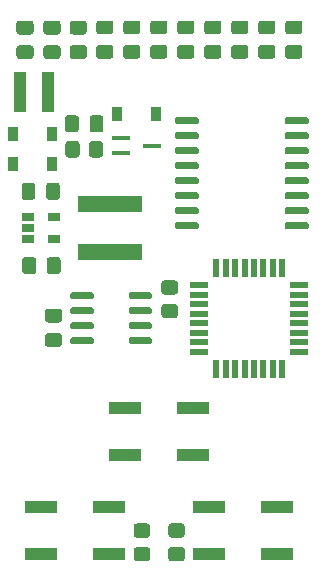
<source format=gtp>
G04 #@! TF.GenerationSoftware,KiCad,Pcbnew,(5.1.10)-1*
G04 #@! TF.CreationDate,2021-11-22T20:28:52+00:00*
G04 #@! TF.ProjectId,Big Ben Ornament,42696720-4265-46e2-904f-726e616d656e,rev?*
G04 #@! TF.SameCoordinates,Original*
G04 #@! TF.FileFunction,Paste,Top*
G04 #@! TF.FilePolarity,Positive*
%FSLAX46Y46*%
G04 Gerber Fmt 4.6, Leading zero omitted, Abs format (unit mm)*
G04 Created by KiCad (PCBNEW (5.1.10)-1) date 2021-11-22 20:28:52*
%MOMM*%
%LPD*%
G01*
G04 APERTURE LIST*
%ADD10R,0.980000X3.400000*%
%ADD11R,1.060000X0.650000*%
%ADD12R,0.550000X1.600000*%
%ADD13R,1.600000X0.550000*%
%ADD14R,2.800000X1.000000*%
%ADD15R,1.500000X0.450000*%
%ADD16R,5.500000X1.430000*%
%ADD17R,0.900000X1.200000*%
G04 APERTURE END LIST*
D10*
X94085500Y-129095500D03*
X91715500Y-129095500D03*
G36*
G01*
X100941000Y-146530200D02*
X100941000Y-146230200D01*
G75*
G02*
X101091000Y-146080200I150000J0D01*
G01*
X102741000Y-146080200D01*
G75*
G02*
X102891000Y-146230200I0J-150000D01*
G01*
X102891000Y-146530200D01*
G75*
G02*
X102741000Y-146680200I-150000J0D01*
G01*
X101091000Y-146680200D01*
G75*
G02*
X100941000Y-146530200I0J150000D01*
G01*
G37*
G36*
G01*
X100941000Y-147800200D02*
X100941000Y-147500200D01*
G75*
G02*
X101091000Y-147350200I150000J0D01*
G01*
X102741000Y-147350200D01*
G75*
G02*
X102891000Y-147500200I0J-150000D01*
G01*
X102891000Y-147800200D01*
G75*
G02*
X102741000Y-147950200I-150000J0D01*
G01*
X101091000Y-147950200D01*
G75*
G02*
X100941000Y-147800200I0J150000D01*
G01*
G37*
G36*
G01*
X100941000Y-149070200D02*
X100941000Y-148770200D01*
G75*
G02*
X101091000Y-148620200I150000J0D01*
G01*
X102741000Y-148620200D01*
G75*
G02*
X102891000Y-148770200I0J-150000D01*
G01*
X102891000Y-149070200D01*
G75*
G02*
X102741000Y-149220200I-150000J0D01*
G01*
X101091000Y-149220200D01*
G75*
G02*
X100941000Y-149070200I0J150000D01*
G01*
G37*
G36*
G01*
X100941000Y-150340200D02*
X100941000Y-150040200D01*
G75*
G02*
X101091000Y-149890200I150000J0D01*
G01*
X102741000Y-149890200D01*
G75*
G02*
X102891000Y-150040200I0J-150000D01*
G01*
X102891000Y-150340200D01*
G75*
G02*
X102741000Y-150490200I-150000J0D01*
G01*
X101091000Y-150490200D01*
G75*
G02*
X100941000Y-150340200I0J150000D01*
G01*
G37*
G36*
G01*
X95991000Y-150340200D02*
X95991000Y-150040200D01*
G75*
G02*
X96141000Y-149890200I150000J0D01*
G01*
X97791000Y-149890200D01*
G75*
G02*
X97941000Y-150040200I0J-150000D01*
G01*
X97941000Y-150340200D01*
G75*
G02*
X97791000Y-150490200I-150000J0D01*
G01*
X96141000Y-150490200D01*
G75*
G02*
X95991000Y-150340200I0J150000D01*
G01*
G37*
G36*
G01*
X95991000Y-149070200D02*
X95991000Y-148770200D01*
G75*
G02*
X96141000Y-148620200I150000J0D01*
G01*
X97791000Y-148620200D01*
G75*
G02*
X97941000Y-148770200I0J-150000D01*
G01*
X97941000Y-149070200D01*
G75*
G02*
X97791000Y-149220200I-150000J0D01*
G01*
X96141000Y-149220200D01*
G75*
G02*
X95991000Y-149070200I0J150000D01*
G01*
G37*
G36*
G01*
X95991000Y-147800200D02*
X95991000Y-147500200D01*
G75*
G02*
X96141000Y-147350200I150000J0D01*
G01*
X97791000Y-147350200D01*
G75*
G02*
X97941000Y-147500200I0J-150000D01*
G01*
X97941000Y-147800200D01*
G75*
G02*
X97791000Y-147950200I-150000J0D01*
G01*
X96141000Y-147950200D01*
G75*
G02*
X95991000Y-147800200I0J150000D01*
G01*
G37*
G36*
G01*
X95991000Y-146530200D02*
X95991000Y-146230200D01*
G75*
G02*
X96141000Y-146080200I150000J0D01*
G01*
X97791000Y-146080200D01*
G75*
G02*
X97941000Y-146230200I0J-150000D01*
G01*
X97941000Y-146530200D01*
G75*
G02*
X97791000Y-146680200I-150000J0D01*
G01*
X96141000Y-146680200D01*
G75*
G02*
X95991000Y-146530200I0J150000D01*
G01*
G37*
G36*
G01*
X104815000Y-131722000D02*
X104815000Y-131422000D01*
G75*
G02*
X104965000Y-131272000I150000J0D01*
G01*
X106715000Y-131272000D01*
G75*
G02*
X106865000Y-131422000I0J-150000D01*
G01*
X106865000Y-131722000D01*
G75*
G02*
X106715000Y-131872000I-150000J0D01*
G01*
X104965000Y-131872000D01*
G75*
G02*
X104815000Y-131722000I0J150000D01*
G01*
G37*
G36*
G01*
X104815000Y-132992000D02*
X104815000Y-132692000D01*
G75*
G02*
X104965000Y-132542000I150000J0D01*
G01*
X106715000Y-132542000D01*
G75*
G02*
X106865000Y-132692000I0J-150000D01*
G01*
X106865000Y-132992000D01*
G75*
G02*
X106715000Y-133142000I-150000J0D01*
G01*
X104965000Y-133142000D01*
G75*
G02*
X104815000Y-132992000I0J150000D01*
G01*
G37*
G36*
G01*
X104815000Y-134262000D02*
X104815000Y-133962000D01*
G75*
G02*
X104965000Y-133812000I150000J0D01*
G01*
X106715000Y-133812000D01*
G75*
G02*
X106865000Y-133962000I0J-150000D01*
G01*
X106865000Y-134262000D01*
G75*
G02*
X106715000Y-134412000I-150000J0D01*
G01*
X104965000Y-134412000D01*
G75*
G02*
X104815000Y-134262000I0J150000D01*
G01*
G37*
G36*
G01*
X104815000Y-135532000D02*
X104815000Y-135232000D01*
G75*
G02*
X104965000Y-135082000I150000J0D01*
G01*
X106715000Y-135082000D01*
G75*
G02*
X106865000Y-135232000I0J-150000D01*
G01*
X106865000Y-135532000D01*
G75*
G02*
X106715000Y-135682000I-150000J0D01*
G01*
X104965000Y-135682000D01*
G75*
G02*
X104815000Y-135532000I0J150000D01*
G01*
G37*
G36*
G01*
X104815000Y-136802000D02*
X104815000Y-136502000D01*
G75*
G02*
X104965000Y-136352000I150000J0D01*
G01*
X106715000Y-136352000D01*
G75*
G02*
X106865000Y-136502000I0J-150000D01*
G01*
X106865000Y-136802000D01*
G75*
G02*
X106715000Y-136952000I-150000J0D01*
G01*
X104965000Y-136952000D01*
G75*
G02*
X104815000Y-136802000I0J150000D01*
G01*
G37*
G36*
G01*
X104815000Y-138072000D02*
X104815000Y-137772000D01*
G75*
G02*
X104965000Y-137622000I150000J0D01*
G01*
X106715000Y-137622000D01*
G75*
G02*
X106865000Y-137772000I0J-150000D01*
G01*
X106865000Y-138072000D01*
G75*
G02*
X106715000Y-138222000I-150000J0D01*
G01*
X104965000Y-138222000D01*
G75*
G02*
X104815000Y-138072000I0J150000D01*
G01*
G37*
G36*
G01*
X104815000Y-139342000D02*
X104815000Y-139042000D01*
G75*
G02*
X104965000Y-138892000I150000J0D01*
G01*
X106715000Y-138892000D01*
G75*
G02*
X106865000Y-139042000I0J-150000D01*
G01*
X106865000Y-139342000D01*
G75*
G02*
X106715000Y-139492000I-150000J0D01*
G01*
X104965000Y-139492000D01*
G75*
G02*
X104815000Y-139342000I0J150000D01*
G01*
G37*
G36*
G01*
X104815000Y-140612000D02*
X104815000Y-140312000D01*
G75*
G02*
X104965000Y-140162000I150000J0D01*
G01*
X106715000Y-140162000D01*
G75*
G02*
X106865000Y-140312000I0J-150000D01*
G01*
X106865000Y-140612000D01*
G75*
G02*
X106715000Y-140762000I-150000J0D01*
G01*
X104965000Y-140762000D01*
G75*
G02*
X104815000Y-140612000I0J150000D01*
G01*
G37*
G36*
G01*
X114115000Y-140612000D02*
X114115000Y-140312000D01*
G75*
G02*
X114265000Y-140162000I150000J0D01*
G01*
X116015000Y-140162000D01*
G75*
G02*
X116165000Y-140312000I0J-150000D01*
G01*
X116165000Y-140612000D01*
G75*
G02*
X116015000Y-140762000I-150000J0D01*
G01*
X114265000Y-140762000D01*
G75*
G02*
X114115000Y-140612000I0J150000D01*
G01*
G37*
G36*
G01*
X114115000Y-139342000D02*
X114115000Y-139042000D01*
G75*
G02*
X114265000Y-138892000I150000J0D01*
G01*
X116015000Y-138892000D01*
G75*
G02*
X116165000Y-139042000I0J-150000D01*
G01*
X116165000Y-139342000D01*
G75*
G02*
X116015000Y-139492000I-150000J0D01*
G01*
X114265000Y-139492000D01*
G75*
G02*
X114115000Y-139342000I0J150000D01*
G01*
G37*
G36*
G01*
X114115000Y-138072000D02*
X114115000Y-137772000D01*
G75*
G02*
X114265000Y-137622000I150000J0D01*
G01*
X116015000Y-137622000D01*
G75*
G02*
X116165000Y-137772000I0J-150000D01*
G01*
X116165000Y-138072000D01*
G75*
G02*
X116015000Y-138222000I-150000J0D01*
G01*
X114265000Y-138222000D01*
G75*
G02*
X114115000Y-138072000I0J150000D01*
G01*
G37*
G36*
G01*
X114115000Y-136802000D02*
X114115000Y-136502000D01*
G75*
G02*
X114265000Y-136352000I150000J0D01*
G01*
X116015000Y-136352000D01*
G75*
G02*
X116165000Y-136502000I0J-150000D01*
G01*
X116165000Y-136802000D01*
G75*
G02*
X116015000Y-136952000I-150000J0D01*
G01*
X114265000Y-136952000D01*
G75*
G02*
X114115000Y-136802000I0J150000D01*
G01*
G37*
G36*
G01*
X114115000Y-135532000D02*
X114115000Y-135232000D01*
G75*
G02*
X114265000Y-135082000I150000J0D01*
G01*
X116015000Y-135082000D01*
G75*
G02*
X116165000Y-135232000I0J-150000D01*
G01*
X116165000Y-135532000D01*
G75*
G02*
X116015000Y-135682000I-150000J0D01*
G01*
X114265000Y-135682000D01*
G75*
G02*
X114115000Y-135532000I0J150000D01*
G01*
G37*
G36*
G01*
X114115000Y-134262000D02*
X114115000Y-133962000D01*
G75*
G02*
X114265000Y-133812000I150000J0D01*
G01*
X116015000Y-133812000D01*
G75*
G02*
X116165000Y-133962000I0J-150000D01*
G01*
X116165000Y-134262000D01*
G75*
G02*
X116015000Y-134412000I-150000J0D01*
G01*
X114265000Y-134412000D01*
G75*
G02*
X114115000Y-134262000I0J150000D01*
G01*
G37*
G36*
G01*
X114115000Y-132992000D02*
X114115000Y-132692000D01*
G75*
G02*
X114265000Y-132542000I150000J0D01*
G01*
X116015000Y-132542000D01*
G75*
G02*
X116165000Y-132692000I0J-150000D01*
G01*
X116165000Y-132992000D01*
G75*
G02*
X116015000Y-133142000I-150000J0D01*
G01*
X114265000Y-133142000D01*
G75*
G02*
X114115000Y-132992000I0J150000D01*
G01*
G37*
G36*
G01*
X114115000Y-131722000D02*
X114115000Y-131422000D01*
G75*
G02*
X114265000Y-131272000I150000J0D01*
G01*
X116015000Y-131272000D01*
G75*
G02*
X116165000Y-131422000I0J-150000D01*
G01*
X116165000Y-131722000D01*
G75*
G02*
X116015000Y-131872000I-150000J0D01*
G01*
X114265000Y-131872000D01*
G75*
G02*
X114115000Y-131722000I0J150000D01*
G01*
G37*
D11*
X94635500Y-139702500D03*
X94635500Y-141602500D03*
X92435500Y-141602500D03*
X92435500Y-140652500D03*
X92435500Y-139702500D03*
D12*
X108325000Y-144060600D03*
X109125000Y-144060600D03*
X109925000Y-144060600D03*
X110725000Y-144060600D03*
X111525000Y-144060600D03*
X112325000Y-144060600D03*
X113125000Y-144060600D03*
X113925000Y-144060600D03*
D13*
X115375000Y-145510600D03*
X115375000Y-146310600D03*
X115375000Y-147110600D03*
X115375000Y-147910600D03*
X115375000Y-148710600D03*
X115375000Y-149510600D03*
X115375000Y-150310600D03*
X115375000Y-151110600D03*
D12*
X113925000Y-152560600D03*
X113125000Y-152560600D03*
X112325000Y-152560600D03*
X111525000Y-152560600D03*
X110725000Y-152560600D03*
X109925000Y-152560600D03*
X109125000Y-152560600D03*
X108325000Y-152560600D03*
D13*
X106875000Y-151110600D03*
X106875000Y-150310600D03*
X106875000Y-149510600D03*
X106875000Y-148710600D03*
X106875000Y-147910600D03*
X106875000Y-147110600D03*
X106875000Y-146310600D03*
X106875000Y-145510600D03*
D14*
X106405000Y-159861000D03*
X100605000Y-159861000D03*
X106405000Y-155861000D03*
X100605000Y-155861000D03*
X113517000Y-168243000D03*
X107717000Y-168243000D03*
X113517000Y-164243000D03*
X107717000Y-164243000D03*
X99293000Y-168243000D03*
X93493000Y-168243000D03*
X99293000Y-164243000D03*
X93493000Y-164243000D03*
G36*
G01*
X105415501Y-168859000D02*
X104515499Y-168859000D01*
G75*
G02*
X104265500Y-168609001I0J249999D01*
G01*
X104265500Y-167908999D01*
G75*
G02*
X104515499Y-167659000I249999J0D01*
G01*
X105415501Y-167659000D01*
G75*
G02*
X105665500Y-167908999I0J-249999D01*
G01*
X105665500Y-168609001D01*
G75*
G02*
X105415501Y-168859000I-249999J0D01*
G01*
G37*
G36*
G01*
X105415501Y-166859000D02*
X104515499Y-166859000D01*
G75*
G02*
X104265500Y-166609001I0J249999D01*
G01*
X104265500Y-165908999D01*
G75*
G02*
X104515499Y-165659000I249999J0D01*
G01*
X105415501Y-165659000D01*
G75*
G02*
X105665500Y-165908999I0J-249999D01*
G01*
X105665500Y-166609001D01*
G75*
G02*
X105415501Y-166859000I-249999J0D01*
G01*
G37*
G36*
G01*
X102494501Y-168859000D02*
X101594499Y-168859000D01*
G75*
G02*
X101344500Y-168609001I0J249999D01*
G01*
X101344500Y-167908999D01*
G75*
G02*
X101594499Y-167659000I249999J0D01*
G01*
X102494501Y-167659000D01*
G75*
G02*
X102744500Y-167908999I0J-249999D01*
G01*
X102744500Y-168609001D01*
G75*
G02*
X102494501Y-168859000I-249999J0D01*
G01*
G37*
G36*
G01*
X102494501Y-166859000D02*
X101594499Y-166859000D01*
G75*
G02*
X101344500Y-166609001I0J249999D01*
G01*
X101344500Y-165908999D01*
G75*
G02*
X101594499Y-165659000I249999J0D01*
G01*
X102494501Y-165659000D01*
G75*
G02*
X102744500Y-165908999I0J-249999D01*
G01*
X102744500Y-166609001D01*
G75*
G02*
X102494501Y-166859000I-249999J0D01*
G01*
G37*
G36*
G01*
X104844001Y-146285000D02*
X103943999Y-146285000D01*
G75*
G02*
X103694000Y-146035001I0J249999D01*
G01*
X103694000Y-145334999D01*
G75*
G02*
X103943999Y-145085000I249999J0D01*
G01*
X104844001Y-145085000D01*
G75*
G02*
X105094000Y-145334999I0J-249999D01*
G01*
X105094000Y-146035001D01*
G75*
G02*
X104844001Y-146285000I-249999J0D01*
G01*
G37*
G36*
G01*
X104844001Y-148285000D02*
X103943999Y-148285000D01*
G75*
G02*
X103694000Y-148035001I0J249999D01*
G01*
X103694000Y-147334999D01*
G75*
G02*
X103943999Y-147085000I249999J0D01*
G01*
X104844001Y-147085000D01*
G75*
G02*
X105094000Y-147334999I0J-249999D01*
G01*
X105094000Y-148035001D01*
G75*
G02*
X104844001Y-148285000I-249999J0D01*
G01*
G37*
G36*
G01*
X96755000Y-133534999D02*
X96755000Y-134435001D01*
G75*
G02*
X96505001Y-134685000I-249999J0D01*
G01*
X95804999Y-134685000D01*
G75*
G02*
X95555000Y-134435001I0J249999D01*
G01*
X95555000Y-133534999D01*
G75*
G02*
X95804999Y-133285000I249999J0D01*
G01*
X96505001Y-133285000D01*
G75*
G02*
X96755000Y-133534999I0J-249999D01*
G01*
G37*
G36*
G01*
X98755000Y-133534999D02*
X98755000Y-134435001D01*
G75*
G02*
X98505001Y-134685000I-249999J0D01*
G01*
X97804999Y-134685000D01*
G75*
G02*
X97555000Y-134435001I0J249999D01*
G01*
X97555000Y-133534999D01*
G75*
G02*
X97804999Y-133285000I249999J0D01*
G01*
X98505001Y-133285000D01*
G75*
G02*
X98755000Y-133534999I0J-249999D01*
G01*
G37*
D15*
X102930000Y-133667500D03*
X100270000Y-134317500D03*
X100270000Y-133017500D03*
D16*
X99377500Y-142672500D03*
X99377500Y-138632500D03*
D17*
X99950000Y-131000500D03*
X103250000Y-131000500D03*
X91123500Y-132715000D03*
X94423500Y-132715000D03*
X94423500Y-135191500D03*
X91123500Y-135191500D03*
G36*
G01*
X94076500Y-149548000D02*
X95026500Y-149548000D01*
G75*
G02*
X95276500Y-149798000I0J-250000D01*
G01*
X95276500Y-150473000D01*
G75*
G02*
X95026500Y-150723000I-250000J0D01*
G01*
X94076500Y-150723000D01*
G75*
G02*
X93826500Y-150473000I0J250000D01*
G01*
X93826500Y-149798000D01*
G75*
G02*
X94076500Y-149548000I250000J0D01*
G01*
G37*
G36*
G01*
X94076500Y-147473000D02*
X95026500Y-147473000D01*
G75*
G02*
X95276500Y-147723000I0J-250000D01*
G01*
X95276500Y-148398000D01*
G75*
G02*
X95026500Y-148648000I-250000J0D01*
G01*
X94076500Y-148648000D01*
G75*
G02*
X93826500Y-148398000I0J250000D01*
G01*
X93826500Y-147723000D01*
G75*
G02*
X94076500Y-147473000I250000J0D01*
G01*
G37*
G36*
G01*
X115371900Y-124251300D02*
X114421900Y-124251300D01*
G75*
G02*
X114171900Y-124001300I0J250000D01*
G01*
X114171900Y-123326300D01*
G75*
G02*
X114421900Y-123076300I250000J0D01*
G01*
X115371900Y-123076300D01*
G75*
G02*
X115621900Y-123326300I0J-250000D01*
G01*
X115621900Y-124001300D01*
G75*
G02*
X115371900Y-124251300I-250000J0D01*
G01*
G37*
G36*
G01*
X115371900Y-126326300D02*
X114421900Y-126326300D01*
G75*
G02*
X114171900Y-126076300I0J250000D01*
G01*
X114171900Y-125401300D01*
G75*
G02*
X114421900Y-125151300I250000J0D01*
G01*
X115371900Y-125151300D01*
G75*
G02*
X115621900Y-125401300I0J-250000D01*
G01*
X115621900Y-126076300D01*
G75*
G02*
X115371900Y-126326300I-250000J0D01*
G01*
G37*
G36*
G01*
X113085900Y-124251300D02*
X112135900Y-124251300D01*
G75*
G02*
X111885900Y-124001300I0J250000D01*
G01*
X111885900Y-123326300D01*
G75*
G02*
X112135900Y-123076300I250000J0D01*
G01*
X113085900Y-123076300D01*
G75*
G02*
X113335900Y-123326300I0J-250000D01*
G01*
X113335900Y-124001300D01*
G75*
G02*
X113085900Y-124251300I-250000J0D01*
G01*
G37*
G36*
G01*
X113085900Y-126326300D02*
X112135900Y-126326300D01*
G75*
G02*
X111885900Y-126076300I0J250000D01*
G01*
X111885900Y-125401300D01*
G75*
G02*
X112135900Y-125151300I250000J0D01*
G01*
X113085900Y-125151300D01*
G75*
G02*
X113335900Y-125401300I0J-250000D01*
G01*
X113335900Y-126076300D01*
G75*
G02*
X113085900Y-126326300I-250000J0D01*
G01*
G37*
G36*
G01*
X110799900Y-124251300D02*
X109849900Y-124251300D01*
G75*
G02*
X109599900Y-124001300I0J250000D01*
G01*
X109599900Y-123326300D01*
G75*
G02*
X109849900Y-123076300I250000J0D01*
G01*
X110799900Y-123076300D01*
G75*
G02*
X111049900Y-123326300I0J-250000D01*
G01*
X111049900Y-124001300D01*
G75*
G02*
X110799900Y-124251300I-250000J0D01*
G01*
G37*
G36*
G01*
X110799900Y-126326300D02*
X109849900Y-126326300D01*
G75*
G02*
X109599900Y-126076300I0J250000D01*
G01*
X109599900Y-125401300D01*
G75*
G02*
X109849900Y-125151300I250000J0D01*
G01*
X110799900Y-125151300D01*
G75*
G02*
X111049900Y-125401300I0J-250000D01*
G01*
X111049900Y-126076300D01*
G75*
G02*
X110799900Y-126326300I-250000J0D01*
G01*
G37*
G36*
G01*
X108513900Y-124251300D02*
X107563900Y-124251300D01*
G75*
G02*
X107313900Y-124001300I0J250000D01*
G01*
X107313900Y-123326300D01*
G75*
G02*
X107563900Y-123076300I250000J0D01*
G01*
X108513900Y-123076300D01*
G75*
G02*
X108763900Y-123326300I0J-250000D01*
G01*
X108763900Y-124001300D01*
G75*
G02*
X108513900Y-124251300I-250000J0D01*
G01*
G37*
G36*
G01*
X108513900Y-126326300D02*
X107563900Y-126326300D01*
G75*
G02*
X107313900Y-126076300I0J250000D01*
G01*
X107313900Y-125401300D01*
G75*
G02*
X107563900Y-125151300I250000J0D01*
G01*
X108513900Y-125151300D01*
G75*
G02*
X108763900Y-125401300I0J-250000D01*
G01*
X108763900Y-126076300D01*
G75*
G02*
X108513900Y-126326300I-250000J0D01*
G01*
G37*
G36*
G01*
X106227900Y-124251300D02*
X105277900Y-124251300D01*
G75*
G02*
X105027900Y-124001300I0J250000D01*
G01*
X105027900Y-123326300D01*
G75*
G02*
X105277900Y-123076300I250000J0D01*
G01*
X106227900Y-123076300D01*
G75*
G02*
X106477900Y-123326300I0J-250000D01*
G01*
X106477900Y-124001300D01*
G75*
G02*
X106227900Y-124251300I-250000J0D01*
G01*
G37*
G36*
G01*
X106227900Y-126326300D02*
X105277900Y-126326300D01*
G75*
G02*
X105027900Y-126076300I0J250000D01*
G01*
X105027900Y-125401300D01*
G75*
G02*
X105277900Y-125151300I250000J0D01*
G01*
X106227900Y-125151300D01*
G75*
G02*
X106477900Y-125401300I0J-250000D01*
G01*
X106477900Y-126076300D01*
G75*
G02*
X106227900Y-126326300I-250000J0D01*
G01*
G37*
G36*
G01*
X103941900Y-124251300D02*
X102991900Y-124251300D01*
G75*
G02*
X102741900Y-124001300I0J250000D01*
G01*
X102741900Y-123326300D01*
G75*
G02*
X102991900Y-123076300I250000J0D01*
G01*
X103941900Y-123076300D01*
G75*
G02*
X104191900Y-123326300I0J-250000D01*
G01*
X104191900Y-124001300D01*
G75*
G02*
X103941900Y-124251300I-250000J0D01*
G01*
G37*
G36*
G01*
X103941900Y-126326300D02*
X102991900Y-126326300D01*
G75*
G02*
X102741900Y-126076300I0J250000D01*
G01*
X102741900Y-125401300D01*
G75*
G02*
X102991900Y-125151300I250000J0D01*
G01*
X103941900Y-125151300D01*
G75*
G02*
X104191900Y-125401300I0J-250000D01*
G01*
X104191900Y-126076300D01*
G75*
G02*
X103941900Y-126326300I-250000J0D01*
G01*
G37*
G36*
G01*
X91663500Y-125164000D02*
X92613500Y-125164000D01*
G75*
G02*
X92863500Y-125414000I0J-250000D01*
G01*
X92863500Y-126089000D01*
G75*
G02*
X92613500Y-126339000I-250000J0D01*
G01*
X91663500Y-126339000D01*
G75*
G02*
X91413500Y-126089000I0J250000D01*
G01*
X91413500Y-125414000D01*
G75*
G02*
X91663500Y-125164000I250000J0D01*
G01*
G37*
G36*
G01*
X91663500Y-123089000D02*
X92613500Y-123089000D01*
G75*
G02*
X92863500Y-123339000I0J-250000D01*
G01*
X92863500Y-124014000D01*
G75*
G02*
X92613500Y-124264000I-250000J0D01*
G01*
X91663500Y-124264000D01*
G75*
G02*
X91413500Y-124014000I0J250000D01*
G01*
X91413500Y-123339000D01*
G75*
G02*
X91663500Y-123089000I250000J0D01*
G01*
G37*
G36*
G01*
X93022000Y-137066000D02*
X93022000Y-138016000D01*
G75*
G02*
X92772000Y-138266000I-250000J0D01*
G01*
X92097000Y-138266000D01*
G75*
G02*
X91847000Y-138016000I0J250000D01*
G01*
X91847000Y-137066000D01*
G75*
G02*
X92097000Y-136816000I250000J0D01*
G01*
X92772000Y-136816000D01*
G75*
G02*
X93022000Y-137066000I0J-250000D01*
G01*
G37*
G36*
G01*
X95097000Y-137066000D02*
X95097000Y-138016000D01*
G75*
G02*
X94847000Y-138266000I-250000J0D01*
G01*
X94172000Y-138266000D01*
G75*
G02*
X93922000Y-138016000I0J250000D01*
G01*
X93922000Y-137066000D01*
G75*
G02*
X94172000Y-136816000I250000J0D01*
G01*
X94847000Y-136816000D01*
G75*
G02*
X95097000Y-137066000I0J-250000D01*
G01*
G37*
G36*
G01*
X101655900Y-124251300D02*
X100705900Y-124251300D01*
G75*
G02*
X100455900Y-124001300I0J250000D01*
G01*
X100455900Y-123326300D01*
G75*
G02*
X100705900Y-123076300I250000J0D01*
G01*
X101655900Y-123076300D01*
G75*
G02*
X101905900Y-123326300I0J-250000D01*
G01*
X101905900Y-124001300D01*
G75*
G02*
X101655900Y-124251300I-250000J0D01*
G01*
G37*
G36*
G01*
X101655900Y-126326300D02*
X100705900Y-126326300D01*
G75*
G02*
X100455900Y-126076300I0J250000D01*
G01*
X100455900Y-125401300D01*
G75*
G02*
X100705900Y-125151300I250000J0D01*
G01*
X101655900Y-125151300D01*
G75*
G02*
X101905900Y-125401300I0J-250000D01*
G01*
X101905900Y-126076300D01*
G75*
G02*
X101655900Y-126326300I-250000J0D01*
G01*
G37*
G36*
G01*
X93085500Y-143352500D02*
X93085500Y-144302500D01*
G75*
G02*
X92835500Y-144552500I-250000J0D01*
G01*
X92160500Y-144552500D01*
G75*
G02*
X91910500Y-144302500I0J250000D01*
G01*
X91910500Y-143352500D01*
G75*
G02*
X92160500Y-143102500I250000J0D01*
G01*
X92835500Y-143102500D01*
G75*
G02*
X93085500Y-143352500I0J-250000D01*
G01*
G37*
G36*
G01*
X95160500Y-143352500D02*
X95160500Y-144302500D01*
G75*
G02*
X94910500Y-144552500I-250000J0D01*
G01*
X94235500Y-144552500D01*
G75*
G02*
X93985500Y-144302500I0J250000D01*
G01*
X93985500Y-143352500D01*
G75*
G02*
X94235500Y-143102500I250000J0D01*
G01*
X94910500Y-143102500D01*
G75*
G02*
X95160500Y-143352500I0J-250000D01*
G01*
G37*
G36*
G01*
X99369900Y-124251300D02*
X98419900Y-124251300D01*
G75*
G02*
X98169900Y-124001300I0J250000D01*
G01*
X98169900Y-123326300D01*
G75*
G02*
X98419900Y-123076300I250000J0D01*
G01*
X99369900Y-123076300D01*
G75*
G02*
X99619900Y-123326300I0J-250000D01*
G01*
X99619900Y-124001300D01*
G75*
G02*
X99369900Y-124251300I-250000J0D01*
G01*
G37*
G36*
G01*
X99369900Y-126326300D02*
X98419900Y-126326300D01*
G75*
G02*
X98169900Y-126076300I0J250000D01*
G01*
X98169900Y-125401300D01*
G75*
G02*
X98419900Y-125151300I250000J0D01*
G01*
X99369900Y-125151300D01*
G75*
G02*
X99619900Y-125401300I0J-250000D01*
G01*
X99619900Y-126076300D01*
G75*
G02*
X99369900Y-126326300I-250000J0D01*
G01*
G37*
G36*
G01*
X97605000Y-132301000D02*
X97605000Y-131351000D01*
G75*
G02*
X97855000Y-131101000I250000J0D01*
G01*
X98530000Y-131101000D01*
G75*
G02*
X98780000Y-131351000I0J-250000D01*
G01*
X98780000Y-132301000D01*
G75*
G02*
X98530000Y-132551000I-250000J0D01*
G01*
X97855000Y-132551000D01*
G75*
G02*
X97605000Y-132301000I0J250000D01*
G01*
G37*
G36*
G01*
X95530000Y-132301000D02*
X95530000Y-131351000D01*
G75*
G02*
X95780000Y-131101000I250000J0D01*
G01*
X96455000Y-131101000D01*
G75*
G02*
X96705000Y-131351000I0J-250000D01*
G01*
X96705000Y-132301000D01*
G75*
G02*
X96455000Y-132551000I-250000J0D01*
G01*
X95780000Y-132551000D01*
G75*
G02*
X95530000Y-132301000I0J250000D01*
G01*
G37*
G36*
G01*
X97122000Y-124264000D02*
X96172000Y-124264000D01*
G75*
G02*
X95922000Y-124014000I0J250000D01*
G01*
X95922000Y-123339000D01*
G75*
G02*
X96172000Y-123089000I250000J0D01*
G01*
X97122000Y-123089000D01*
G75*
G02*
X97372000Y-123339000I0J-250000D01*
G01*
X97372000Y-124014000D01*
G75*
G02*
X97122000Y-124264000I-250000J0D01*
G01*
G37*
G36*
G01*
X97122000Y-126339000D02*
X96172000Y-126339000D01*
G75*
G02*
X95922000Y-126089000I0J250000D01*
G01*
X95922000Y-125414000D01*
G75*
G02*
X96172000Y-125164000I250000J0D01*
G01*
X97122000Y-125164000D01*
G75*
G02*
X97372000Y-125414000I0J-250000D01*
G01*
X97372000Y-126089000D01*
G75*
G02*
X97122000Y-126339000I-250000J0D01*
G01*
G37*
G36*
G01*
X93949500Y-125164000D02*
X94899500Y-125164000D01*
G75*
G02*
X95149500Y-125414000I0J-250000D01*
G01*
X95149500Y-126089000D01*
G75*
G02*
X94899500Y-126339000I-250000J0D01*
G01*
X93949500Y-126339000D01*
G75*
G02*
X93699500Y-126089000I0J250000D01*
G01*
X93699500Y-125414000D01*
G75*
G02*
X93949500Y-125164000I250000J0D01*
G01*
G37*
G36*
G01*
X93949500Y-123089000D02*
X94899500Y-123089000D01*
G75*
G02*
X95149500Y-123339000I0J-250000D01*
G01*
X95149500Y-124014000D01*
G75*
G02*
X94899500Y-124264000I-250000J0D01*
G01*
X93949500Y-124264000D01*
G75*
G02*
X93699500Y-124014000I0J250000D01*
G01*
X93699500Y-123339000D01*
G75*
G02*
X93949500Y-123089000I250000J0D01*
G01*
G37*
M02*

</source>
